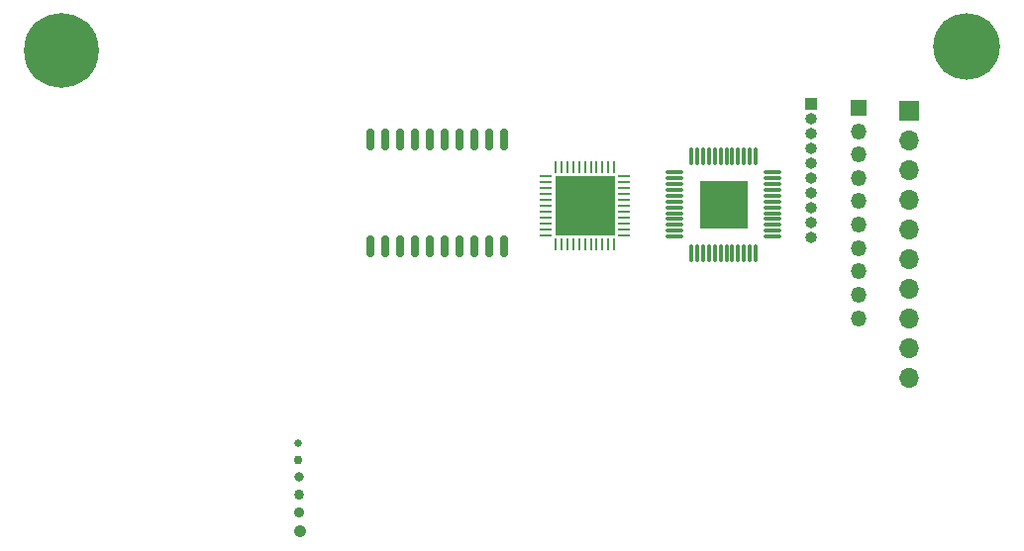
<source format=gbr>
%TF.GenerationSoftware,KiCad,Pcbnew,8.0.0*%
%TF.CreationDate,2024-04-12T00:00:07-04:00*%
%TF.ProjectId,Business card PCB,42757369-6e65-4737-9320-636172642050,rev?*%
%TF.SameCoordinates,Original*%
%TF.FileFunction,Copper,L2,Bot*%
%TF.FilePolarity,Positive*%
%FSLAX46Y46*%
G04 Gerber Fmt 4.6, Leading zero omitted, Abs format (unit mm)*
G04 Created by KiCad (PCBNEW 8.0.0) date 2024-04-12 00:00:07*
%MOMM*%
%LPD*%
G01*
G04 APERTURE LIST*
G04 Aperture macros list*
%AMRoundRect*
0 Rectangle with rounded corners*
0 $1 Rounding radius*
0 $2 $3 $4 $5 $6 $7 $8 $9 X,Y pos of 4 corners*
0 Add a 4 corners polygon primitive as box body*
4,1,4,$2,$3,$4,$5,$6,$7,$8,$9,$2,$3,0*
0 Add four circle primitives for the rounded corners*
1,1,$1+$1,$2,$3*
1,1,$1+$1,$4,$5*
1,1,$1+$1,$6,$7*
1,1,$1+$1,$8,$9*
0 Add four rect primitives between the rounded corners*
20,1,$1+$1,$2,$3,$4,$5,0*
20,1,$1+$1,$4,$5,$6,$7,0*
20,1,$1+$1,$6,$7,$8,$9,0*
20,1,$1+$1,$8,$9,$2,$3,0*%
G04 Aperture macros list end*
%TA.AperFunction,SMDPad,CuDef*%
%ADD10RoundRect,0.150000X-0.150000X0.800000X-0.150000X-0.800000X0.150000X-0.800000X0.150000X0.800000X0*%
%TD*%
%TA.AperFunction,SMDPad,CuDef*%
%ADD11RoundRect,0.062500X0.475000X0.062500X-0.475000X0.062500X-0.475000X-0.062500X0.475000X-0.062500X0*%
%TD*%
%TA.AperFunction,SMDPad,CuDef*%
%ADD12RoundRect,0.062500X0.062500X0.475000X-0.062500X0.475000X-0.062500X-0.475000X0.062500X-0.475000X0*%
%TD*%
%TA.AperFunction,HeatsinkPad*%
%ADD13R,5.200000X5.200000*%
%TD*%
%TA.AperFunction,SMDPad,CuDef*%
%ADD14RoundRect,0.075000X0.662500X0.075000X-0.662500X0.075000X-0.662500X-0.075000X0.662500X-0.075000X0*%
%TD*%
%TA.AperFunction,SMDPad,CuDef*%
%ADD15RoundRect,0.075000X0.075000X0.662500X-0.075000X0.662500X-0.075000X-0.662500X0.075000X-0.662500X0*%
%TD*%
%TA.AperFunction,HeatsinkPad*%
%ADD16R,4.110000X4.110000*%
%TD*%
%TA.AperFunction,ComponentPad*%
%ADD17C,5.700000*%
%TD*%
%TA.AperFunction,ComponentPad*%
%ADD18C,0.800000*%
%TD*%
%TA.AperFunction,ComponentPad*%
%ADD19C,6.400000*%
%TD*%
%TA.AperFunction,ComponentPad*%
%ADD20O,1.350000X1.350000*%
%TD*%
%TA.AperFunction,ComponentPad*%
%ADD21R,1.350000X1.350000*%
%TD*%
%TA.AperFunction,ComponentPad*%
%ADD22O,1.000000X1.000000*%
%TD*%
%TA.AperFunction,ComponentPad*%
%ADD23R,1.000000X1.000000*%
%TD*%
%TA.AperFunction,ComponentPad*%
%ADD24O,1.700000X1.700000*%
%TD*%
%TA.AperFunction,ComponentPad*%
%ADD25R,1.700000X1.700000*%
%TD*%
%TA.AperFunction,ViaPad*%
%ADD26C,1.062000*%
%TD*%
%TA.AperFunction,ViaPad*%
%ADD27C,0.909600*%
%TD*%
%TA.AperFunction,ViaPad*%
%ADD28C,0.858800*%
%TD*%
%TA.AperFunction,ViaPad*%
%ADD29C,0.808000*%
%TD*%
%TA.AperFunction,ViaPad*%
%ADD30C,0.757200*%
%TD*%
%TA.AperFunction,ViaPad*%
%ADD31C,0.681000*%
%TD*%
G04 APERTURE END LIST*
D10*
%TO.P,SOP20,1*%
%TO.N,N/C*%
X141035000Y-67150000D03*
%TO.P,SOP20,2*%
X142305000Y-67150000D03*
%TO.P,SOP20,3*%
X143575000Y-67150000D03*
%TO.P,SOP20,4*%
X144845000Y-67150000D03*
%TO.P,SOP20,5*%
X146115000Y-67150000D03*
%TO.P,SOP20,6*%
X147385000Y-67150000D03*
%TO.P,SOP20,7*%
X148655000Y-67150000D03*
%TO.P,SOP20,8*%
X149925000Y-67150000D03*
%TO.P,SOP20,9*%
X151195000Y-67150000D03*
%TO.P,SOP20,10*%
X152465000Y-67150000D03*
%TO.P,SOP20,11*%
X152465000Y-76350000D03*
%TO.P,SOP20,12*%
X151195000Y-76350000D03*
%TO.P,SOP20,13*%
X149925000Y-76350000D03*
%TO.P,SOP20,14*%
X148655000Y-76350000D03*
%TO.P,SOP20,15*%
X147385000Y-76350000D03*
%TO.P,SOP20,16*%
X146115000Y-76350000D03*
%TO.P,SOP20,17*%
X144845000Y-76350000D03*
%TO.P,SOP20,18*%
X143575000Y-76350000D03*
%TO.P,SOP20,19*%
X142305000Y-76350000D03*
%TO.P,SOP20,20*%
X141035000Y-76350000D03*
%TD*%
D11*
%TO.P,QFN44,1*%
%TO.N,N/C*%
X162687500Y-70347000D03*
%TO.P,QFN44,2*%
X162687500Y-70847000D03*
%TO.P,QFN44,3*%
X162687500Y-71347000D03*
%TO.P,QFN44,4*%
X162687500Y-71847000D03*
%TO.P,QFN44,5*%
X162687500Y-72347000D03*
%TO.P,QFN44,6*%
X162687500Y-72847000D03*
%TO.P,QFN44,7*%
X162687500Y-73347000D03*
%TO.P,QFN44,8*%
X162687500Y-73847000D03*
%TO.P,QFN44,9*%
X162687500Y-74347000D03*
%TO.P,QFN44,10*%
X162687500Y-74847000D03*
%TO.P,QFN44,11*%
X162687500Y-75347000D03*
D12*
%TO.P,QFN44,12*%
X161850000Y-76184500D03*
%TO.P,QFN44,13*%
X161350000Y-76184500D03*
%TO.P,QFN44,14*%
X160850000Y-76184500D03*
%TO.P,QFN44,15*%
X160350000Y-76184500D03*
%TO.P,QFN44,16*%
X159850000Y-76184500D03*
%TO.P,QFN44,17*%
X159350000Y-76184500D03*
%TO.P,QFN44,18*%
X158850000Y-76184500D03*
%TO.P,QFN44,19*%
X158350000Y-76184500D03*
%TO.P,QFN44,20*%
X157850000Y-76184500D03*
%TO.P,QFN44,21*%
X157350000Y-76184500D03*
%TO.P,QFN44,22*%
X156850000Y-76184500D03*
D11*
%TO.P,QFN44,23*%
X156012500Y-75347000D03*
%TO.P,QFN44,24*%
X156012500Y-74847000D03*
%TO.P,QFN44,25*%
X156012500Y-74347000D03*
%TO.P,QFN44,26*%
X156012500Y-73847000D03*
%TO.P,QFN44,27*%
X156012500Y-73347000D03*
%TO.P,QFN44,28*%
X156012500Y-72847000D03*
%TO.P,QFN44,29*%
X156012500Y-72347000D03*
%TO.P,QFN44,30*%
X156012500Y-71847000D03*
%TO.P,QFN44,31*%
X156012500Y-71347000D03*
%TO.P,QFN44,32*%
X156012500Y-70847000D03*
%TO.P,QFN44,33*%
X156012500Y-70347000D03*
D12*
%TO.P,QFN44,34*%
X156850000Y-69509500D03*
%TO.P,QFN44,35*%
X157350000Y-69509500D03*
%TO.P,QFN44,36*%
X157850000Y-69509500D03*
%TO.P,QFN44,37*%
X158350000Y-69509500D03*
%TO.P,QFN44,38*%
X158850000Y-69509500D03*
%TO.P,QFN44,39*%
X159350000Y-69509500D03*
%TO.P,QFN44,40*%
X159850000Y-69509500D03*
%TO.P,QFN44,41*%
X160350000Y-69509500D03*
%TO.P,QFN44,42*%
X160850000Y-69509500D03*
%TO.P,QFN44,43*%
X161350000Y-69509500D03*
%TO.P,QFN44,44*%
X161850000Y-69509500D03*
D13*
%TO.P,QFN44,45*%
X159350000Y-72847000D03*
%TD*%
D14*
%TO.P,TQFP48,1*%
%TO.N,N/C*%
X175367500Y-69985000D03*
%TO.P,TQFP48,2*%
X175367500Y-70485000D03*
%TO.P,TQFP48,3*%
X175367500Y-70985000D03*
%TO.P,TQFP48,4*%
X175367500Y-71485000D03*
%TO.P,TQFP48,5*%
X175367500Y-71985000D03*
%TO.P,TQFP48,6*%
X175367500Y-72485000D03*
%TO.P,TQFP48,7*%
X175367500Y-72985000D03*
%TO.P,TQFP48,8*%
X175367500Y-73485000D03*
%TO.P,TQFP48,9*%
X175367500Y-73985000D03*
%TO.P,TQFP48,10*%
X175367500Y-74485000D03*
%TO.P,TQFP48,11*%
X175367500Y-74985000D03*
%TO.P,TQFP48,12*%
X175367500Y-75485000D03*
D15*
%TO.P,TQFP48,13*%
X173955000Y-76897500D03*
%TO.P,TQFP48,14*%
X173455000Y-76897500D03*
%TO.P,TQFP48,15*%
X172955000Y-76897500D03*
%TO.P,TQFP48,16*%
X172455000Y-76897500D03*
%TO.P,TQFP48,17*%
X171955000Y-76897500D03*
%TO.P,TQFP48,18*%
X171455000Y-76897500D03*
%TO.P,TQFP48,19*%
X170955000Y-76897500D03*
%TO.P,TQFP48,20*%
X170455000Y-76897500D03*
%TO.P,TQFP48,21*%
X169955000Y-76897500D03*
%TO.P,TQFP48,22*%
X169455000Y-76897500D03*
%TO.P,TQFP48,23*%
X168955000Y-76897500D03*
%TO.P,TQFP48,24*%
X168455000Y-76897500D03*
D14*
%TO.P,TQFP48,25*%
X167042500Y-75485000D03*
%TO.P,TQFP48,26*%
X167042500Y-74985000D03*
%TO.P,TQFP48,27*%
X167042500Y-74485000D03*
%TO.P,TQFP48,28*%
X167042500Y-73985000D03*
%TO.P,TQFP48,29*%
X167042500Y-73485000D03*
%TO.P,TQFP48,30*%
X167042500Y-72985000D03*
%TO.P,TQFP48,31*%
X167042500Y-72485000D03*
%TO.P,TQFP48,32*%
X167042500Y-71985000D03*
%TO.P,TQFP48,33*%
X167042500Y-71485000D03*
%TO.P,TQFP48,34*%
X167042500Y-70985000D03*
%TO.P,TQFP48,35*%
X167042500Y-70485000D03*
%TO.P,TQFP48,36*%
X167042500Y-69985000D03*
D15*
%TO.P,TQFP48,37*%
X168455000Y-68572500D03*
%TO.P,TQFP48,38*%
X168955000Y-68572500D03*
%TO.P,TQFP48,39*%
X169455000Y-68572500D03*
%TO.P,TQFP48,40*%
X169955000Y-68572500D03*
%TO.P,TQFP48,41*%
X170455000Y-68572500D03*
%TO.P,TQFP48,42*%
X170955000Y-68572500D03*
%TO.P,TQFP48,43*%
X171455000Y-68572500D03*
%TO.P,TQFP48,44*%
X171955000Y-68572500D03*
%TO.P,TQFP48,45*%
X172455000Y-68572500D03*
%TO.P,TQFP48,46*%
X172955000Y-68572500D03*
%TO.P,TQFP48,47*%
X173455000Y-68572500D03*
%TO.P,TQFP48,48*%
X173955000Y-68572500D03*
D16*
%TO.P,TQFP48,49*%
X171205000Y-72735000D03*
%TD*%
D17*
%TO.P,M3,1*%
%TO.N,N/C*%
X191940000Y-59220000D03*
%TD*%
D18*
%TO.P,M3,1*%
%TO.N,N/C*%
X117030000Y-59520000D03*
X116327056Y-61217056D03*
X116327056Y-57822944D03*
X114630000Y-61920000D03*
D19*
X114630000Y-59520000D03*
D18*
X114630000Y-57120000D03*
X112932944Y-61217056D03*
X112932944Y-57822944D03*
X112230000Y-59520000D03*
%TD*%
D20*
%TO.P,2.00mm,10,Pin_10*%
%TO.N,unconnected-(J3-Pin_10-Pad10)*%
X182765000Y-82460000D03*
%TO.P,2.00mm,9,Pin_9*%
%TO.N,unconnected-(J3-Pin_9-Pad9)*%
X182765000Y-80460000D03*
%TO.P,2.00mm,8,Pin_8*%
%TO.N,unconnected-(J3-Pin_8-Pad8)*%
X182765000Y-78460000D03*
%TO.P,2.00mm,7,Pin_7*%
%TO.N,unconnected-(J3-Pin_7-Pad7)*%
X182765000Y-76460000D03*
%TO.P,2.00mm,6,Pin_6*%
%TO.N,unconnected-(J3-Pin_6-Pad6)*%
X182765000Y-74460000D03*
%TO.P,2.00mm,5,Pin_5*%
%TO.N,unconnected-(J3-Pin_5-Pad5)*%
X182765000Y-72460000D03*
%TO.P,2.00mm,4,Pin_4*%
%TO.N,unconnected-(J3-Pin_4-Pad4)*%
X182765000Y-70460000D03*
%TO.P,2.00mm,3,Pin_3*%
%TO.N,unconnected-(J3-Pin_3-Pad3)*%
X182765000Y-68460000D03*
%TO.P,2.00mm,2,Pin_2*%
%TO.N,unconnected-(J3-Pin_2-Pad2)*%
X182765000Y-66460000D03*
D21*
%TO.P,2.00mm,1,Pin_1*%
%TO.N,unconnected-(J3-Pin_1-Pad1)*%
X182765000Y-64460000D03*
%TD*%
D22*
%TO.P,1.27mm,10,Pin_10*%
%TO.N,unconnected-(J2-Pin_10-Pad10)*%
X178710000Y-75540000D03*
%TO.P,1.27mm,9,Pin_9*%
%TO.N,unconnected-(J2-Pin_9-Pad9)*%
X178710000Y-74270000D03*
%TO.P,1.27mm,8,Pin_8*%
%TO.N,unconnected-(J2-Pin_8-Pad8)*%
X178710000Y-73000000D03*
%TO.P,1.27mm,7,Pin_7*%
%TO.N,unconnected-(J2-Pin_7-Pad7)*%
X178710000Y-71730000D03*
%TO.P,1.27mm,6,Pin_6*%
%TO.N,unconnected-(J2-Pin_6-Pad6)*%
X178710000Y-70460000D03*
%TO.P,1.27mm,5,Pin_5*%
%TO.N,unconnected-(J2-Pin_5-Pad5)*%
X178710000Y-69190000D03*
%TO.P,1.27mm,4,Pin_4*%
%TO.N,unconnected-(J2-Pin_4-Pad4)*%
X178710000Y-67920000D03*
%TO.P,1.27mm,3,Pin_3*%
%TO.N,unconnected-(J2-Pin_3-Pad3)*%
X178710000Y-66650000D03*
%TO.P,1.27mm,2,Pin_2*%
%TO.N,unconnected-(J2-Pin_2-Pad2)*%
X178710000Y-65380000D03*
D23*
%TO.P,1.27mm,1,Pin_1*%
%TO.N,unconnected-(J2-Pin_1-Pad1)*%
X178710000Y-64110000D03*
%TD*%
D24*
%TO.P,2.54mm,10,Pin_10*%
%TO.N,unconnected-(J1-Pin_10-Pad10)*%
X187070000Y-87620000D03*
%TO.P,2.54mm,9,Pin_9*%
%TO.N,unconnected-(J1-Pin_9-Pad9)*%
X187070000Y-85080000D03*
%TO.P,2.54mm,8,Pin_8*%
%TO.N,unconnected-(J1-Pin_8-Pad8)*%
X187070000Y-82540000D03*
%TO.P,2.54mm,7,Pin_7*%
%TO.N,unconnected-(J1-Pin_7-Pad7)*%
X187070000Y-80000000D03*
%TO.P,2.54mm,6,Pin_6*%
%TO.N,unconnected-(J1-Pin_6-Pad6)*%
X187070000Y-77460000D03*
%TO.P,2.54mm,5,Pin_5*%
%TO.N,unconnected-(J1-Pin_5-Pad5)*%
X187070000Y-74920000D03*
%TO.P,2.54mm,4,Pin_4*%
%TO.N,unconnected-(J1-Pin_4-Pad4)*%
X187070000Y-72380000D03*
%TO.P,2.54mm,3,Pin_3*%
%TO.N,unconnected-(J1-Pin_3-Pad3)*%
X187070000Y-69840000D03*
%TO.P,2.54mm,2,Pin_2*%
%TO.N,unconnected-(J1-Pin_2-Pad2)*%
X187070000Y-67300000D03*
D25*
%TO.P,2.54mm,1,Pin_1*%
%TO.N,unconnected-(J1-Pin_1-Pad1)*%
X187070000Y-64760000D03*
%TD*%
D26*
%TO.N,*%
X135010000Y-100740000D03*
D27*
X134933800Y-99087220D03*
D28*
X134908400Y-97536040D03*
D29*
X134883000Y-96035660D03*
D30*
X134857600Y-94586080D03*
D31*
X134819500Y-93200000D03*
%TD*%
M02*

</source>
